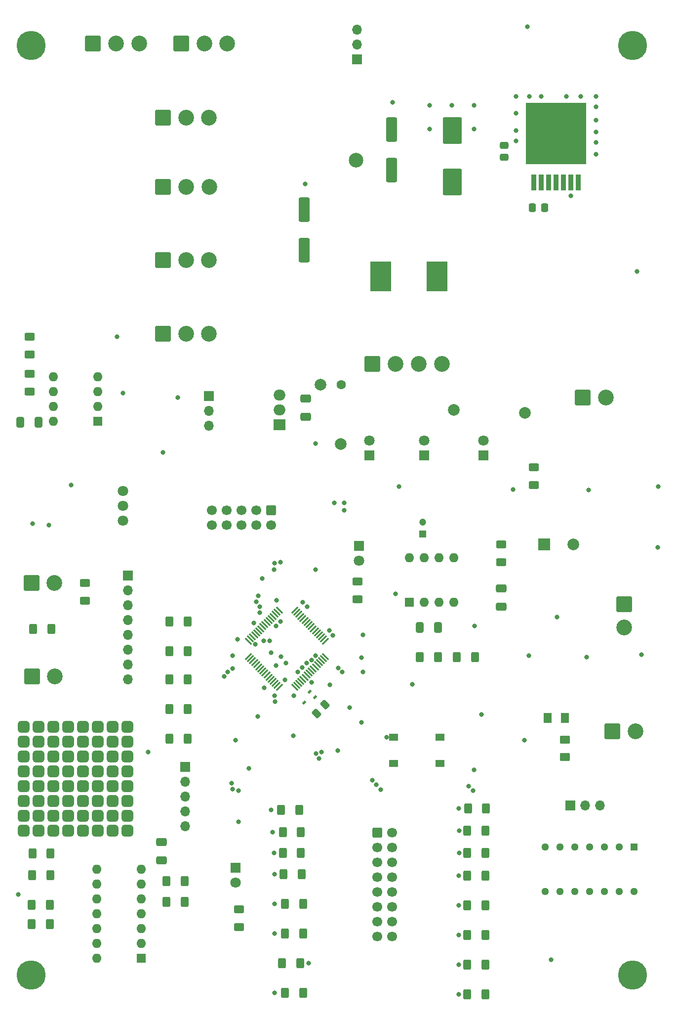
<source format=gts>
G04 #@! TF.GenerationSoftware,KiCad,Pcbnew,7.0.7*
G04 #@! TF.CreationDate,2023-10-20T13:35:02-04:00*
G04 #@! TF.ProjectId,Schematic,53636865-6d61-4746-9963-2e6b69636164,rev?*
G04 #@! TF.SameCoordinates,Original*
G04 #@! TF.FileFunction,Soldermask,Top*
G04 #@! TF.FilePolarity,Negative*
%FSLAX46Y46*%
G04 Gerber Fmt 4.6, Leading zero omitted, Abs format (unit mm)*
G04 Created by KiCad (PCBNEW 7.0.7) date 2023-10-20 13:35:02*
%MOMM*%
%LPD*%
G01*
G04 APERTURE LIST*
G04 Aperture macros list*
%AMRoundRect*
0 Rectangle with rounded corners*
0 $1 Rounding radius*
0 $2 $3 $4 $5 $6 $7 $8 $9 X,Y pos of 4 corners*
0 Add a 4 corners polygon primitive as box body*
4,1,4,$2,$3,$4,$5,$6,$7,$8,$9,$2,$3,0*
0 Add four circle primitives for the rounded corners*
1,1,$1+$1,$2,$3*
1,1,$1+$1,$4,$5*
1,1,$1+$1,$6,$7*
1,1,$1+$1,$8,$9*
0 Add four rect primitives between the rounded corners*
20,1,$1+$1,$2,$3,$4,$5,0*
20,1,$1+$1,$4,$5,$6,$7,0*
20,1,$1+$1,$6,$7,$8,$9,0*
20,1,$1+$1,$8,$9,$2,$3,0*%
%AMRotRect*
0 Rectangle, with rotation*
0 The origin of the aperture is its center*
0 $1 length*
0 $2 width*
0 $3 Rotation angle, in degrees counterclockwise*
0 Add horizontal line*
21,1,$1,$2,0,0,$3*%
G04 Aperture macros list end*
%ADD10C,1.800000*%
%ADD11RoundRect,0.250001X-1.099999X-1.099999X1.099999X-1.099999X1.099999X1.099999X-1.099999X1.099999X0*%
%ADD12C,2.700000*%
%ADD13RoundRect,0.250000X-0.400000X-0.625000X0.400000X-0.625000X0.400000X0.625000X-0.400000X0.625000X0*%
%ADD14C,2.000000*%
%ADD15R,1.800000X1.800000*%
%ADD16RoundRect,0.250000X-0.650000X0.412500X-0.650000X-0.412500X0.650000X-0.412500X0.650000X0.412500X0*%
%ADD17C,5.000000*%
%ADD18RotRect,0.450000X0.700000X135.000000*%
%ADD19RoundRect,0.250001X-1.099999X1.099999X-1.099999X-1.099999X1.099999X-1.099999X1.099999X1.099999X0*%
%ADD20RoundRect,0.250000X0.337500X0.475000X-0.337500X0.475000X-0.337500X-0.475000X0.337500X-0.475000X0*%
%ADD21R,1.600000X1.600000*%
%ADD22O,1.600000X1.600000*%
%ADD23RoundRect,0.250000X-0.097227X0.574524X-0.574524X0.097227X0.097227X-0.574524X0.574524X-0.097227X0*%
%ADD24R,3.650000X5.100000*%
%ADD25RoundRect,0.250000X0.625000X-0.400000X0.625000X0.400000X-0.625000X0.400000X-0.625000X-0.400000X0*%
%ADD26RoundRect,0.250000X0.400000X0.625000X-0.400000X0.625000X-0.400000X-0.625000X0.400000X-0.625000X0*%
%ADD27R,1.700000X1.700000*%
%ADD28O,1.700000X1.700000*%
%ADD29R,0.863600X2.692400*%
%ADD30R,10.414000X10.464800*%
%ADD31R,2.000000X1.905000*%
%ADD32O,2.000000X1.905000*%
%ADD33RoundRect,0.250000X0.700000X-1.825000X0.700000X1.825000X-0.700000X1.825000X-0.700000X-1.825000X0*%
%ADD34RotRect,0.279400X1.473200X225.000000*%
%ADD35RotRect,0.279400X1.473200X135.000000*%
%ADD36RoundRect,0.250000X-0.600000X-0.600000X0.600000X-0.600000X0.600000X0.600000X-0.600000X0.600000X0*%
%ADD37C,1.700000*%
%ADD38RoundRect,0.250001X-0.624999X0.462499X-0.624999X-0.462499X0.624999X-0.462499X0.624999X0.462499X0*%
%ADD39R,1.550000X1.300000*%
%ADD40RoundRect,0.250000X1.400000X-2.000000X1.400000X2.000000X-1.400000X2.000000X-1.400000X-2.000000X0*%
%ADD41RoundRect,0.250000X-1.400000X2.000000X-1.400000X-2.000000X1.400000X-2.000000X1.400000X2.000000X0*%
%ADD42RoundRect,0.250000X-0.600000X0.600000X-0.600000X-0.600000X0.600000X-0.600000X0.600000X0.600000X0*%
%ADD43RoundRect,0.500000X0.500000X0.500000X-0.500000X0.500000X-0.500000X-0.500000X0.500000X-0.500000X0*%
%ADD44RoundRect,0.250000X0.412500X0.650000X-0.412500X0.650000X-0.412500X-0.650000X0.412500X-0.650000X0*%
%ADD45R,2.000000X2.000000*%
%ADD46RoundRect,0.250001X-0.462499X-0.624999X0.462499X-0.624999X0.462499X0.624999X-0.462499X0.624999X0*%
%ADD47R,1.295400X1.295400*%
%ADD48C,1.295400*%
%ADD49RoundRect,0.250000X-0.625000X0.400000X-0.625000X-0.400000X0.625000X-0.400000X0.625000X0.400000X0*%
%ADD50R,1.200000X1.200000*%
%ADD51C,1.200000*%
%ADD52RoundRect,0.250000X0.475000X-0.337500X0.475000X0.337500X-0.475000X0.337500X-0.475000X-0.337500X0*%
%ADD53C,0.800000*%
%ADD54C,2.500000*%
%ADD55C,1.600000*%
%ADD56C,3.000000*%
G04 APERTURE END LIST*
D10*
X57658000Y-105918000D03*
X57658000Y-108458000D03*
X57658000Y-110998000D03*
D11*
X67645000Y-29337000D03*
D12*
X71605000Y-29337000D03*
X75565000Y-29337000D03*
D13*
X85064000Y-167894000D03*
X88164000Y-167894000D03*
D14*
X114427000Y-92075000D03*
D15*
X119507000Y-99822000D03*
D10*
X119507000Y-97282000D03*
D11*
X100454500Y-84159000D03*
D12*
X104414500Y-84159000D03*
X108374500Y-84159000D03*
X112334500Y-84159000D03*
D11*
X42057500Y-137668000D03*
D12*
X46017500Y-137668000D03*
D16*
X122555000Y-122643500D03*
X122555000Y-125768500D03*
D13*
X116713000Y-167894000D03*
X119813000Y-167894000D03*
D17*
X145003000Y-188818000D03*
D18*
X90574726Y-141230513D03*
X89655487Y-140311274D03*
X88700893Y-142185107D03*
D17*
X145003000Y-29622000D03*
D19*
X143637000Y-125349000D03*
D12*
X143637000Y-129309000D03*
D20*
X129942500Y-57404000D03*
X127867500Y-57404000D03*
D21*
X106817000Y-124958000D03*
D22*
X109357000Y-124958000D03*
X111897000Y-124958000D03*
X114437000Y-124958000D03*
X114437000Y-117338000D03*
X111897000Y-117338000D03*
X109357000Y-117338000D03*
X106817000Y-117338000D03*
D23*
X92300623Y-142522377D03*
X90833377Y-143989623D03*
D24*
X111530000Y-69215000D03*
X101830000Y-69215000D03*
D25*
X51181000Y-124740000D03*
X51181000Y-121640000D03*
D26*
X68733000Y-138176000D03*
X65633000Y-138176000D03*
D27*
X72390000Y-89677000D03*
D28*
X72390000Y-92217000D03*
X72390000Y-94757000D03*
D29*
X128143000Y-53136800D03*
X129413000Y-53136800D03*
X130683000Y-53136800D03*
X131953000Y-53136800D03*
X133223000Y-53136800D03*
X134493000Y-53136800D03*
X135763000Y-53136800D03*
D30*
X131953000Y-44704000D03*
D16*
X89027000Y-90131500D03*
X89027000Y-93256500D03*
D25*
X77597000Y-180620000D03*
X77597000Y-177520000D03*
D26*
X45365000Y-129540000D03*
X42265000Y-129540000D03*
D13*
X85191000Y-171577000D03*
X88291000Y-171577000D03*
D11*
X64507500Y-41995000D03*
D12*
X68467500Y-41995000D03*
X72427500Y-41995000D03*
D26*
X68759000Y-128270000D03*
X65659000Y-128270000D03*
D13*
X116814000Y-160274000D03*
X119914000Y-160274000D03*
D27*
X134381000Y-159766000D03*
D28*
X136921000Y-159766000D03*
X139461000Y-159766000D03*
D13*
X42011000Y-176796000D03*
X45111000Y-176796000D03*
X85445000Y-181737000D03*
X88545000Y-181737000D03*
D31*
X84511000Y-94615000D03*
D32*
X84511000Y-92075000D03*
X84511000Y-89535000D03*
D11*
X41970500Y-121666000D03*
D12*
X45930500Y-121666000D03*
D17*
X41941000Y-188818000D03*
D11*
X141582000Y-147066000D03*
D12*
X145542000Y-147066000D03*
D13*
X42112000Y-171704000D03*
X45212000Y-171704000D03*
X85471000Y-191897000D03*
X88571000Y-191897000D03*
X84784000Y-160528000D03*
X87884000Y-160528000D03*
X85471000Y-176657000D03*
X88571000Y-176657000D03*
D27*
X58547000Y-120396000D03*
D28*
X58547000Y-122936000D03*
X58547000Y-125476000D03*
X58547000Y-128016000D03*
X58547000Y-130556000D03*
X58547000Y-133096000D03*
X58547000Y-135636000D03*
X58547000Y-138176000D03*
D13*
X116713000Y-181991000D03*
X119813000Y-181991000D03*
D14*
X126619000Y-92583000D03*
D15*
X76962000Y-170434000D03*
D10*
X76962000Y-172974000D03*
D13*
X85064000Y-164338000D03*
X88164000Y-164338000D03*
D26*
X68733000Y-143256000D03*
X65633000Y-143256000D03*
D13*
X116713000Y-171831000D03*
X119813000Y-171831000D03*
D33*
X88773000Y-64689000D03*
X88773000Y-57739000D03*
D26*
X68733000Y-133350000D03*
X65633000Y-133350000D03*
D17*
X41941000Y-29622000D03*
D34*
X87115019Y-139579982D03*
X87468571Y-139226429D03*
X87822126Y-138872875D03*
X88175678Y-138519322D03*
X88529233Y-138165767D03*
X88882786Y-137812215D03*
X89236338Y-137458662D03*
X89589893Y-137105108D03*
X89943446Y-136751555D03*
X90297000Y-136398000D03*
X90650553Y-136044448D03*
X91004105Y-135690895D03*
X91357660Y-135337340D03*
X91711213Y-134983788D03*
X92064767Y-134630233D03*
X92418320Y-134276681D03*
D35*
X92418320Y-131641435D03*
X92064767Y-131287883D03*
X91711213Y-130934328D03*
X91357660Y-130580776D03*
X91004105Y-130227221D03*
X90650553Y-129873668D03*
X90297000Y-129520116D03*
X89943446Y-129166561D03*
X89589893Y-128813008D03*
X89236338Y-128459454D03*
X88882786Y-128105901D03*
X88529233Y-127752349D03*
X88175678Y-127398794D03*
X87822126Y-127045241D03*
X87468571Y-126691687D03*
X87115019Y-126338134D03*
D34*
X84479773Y-126338134D03*
X84126221Y-126691687D03*
X83772666Y-127045241D03*
X83419114Y-127398794D03*
X83065559Y-127752349D03*
X82712006Y-128105901D03*
X82358454Y-128459454D03*
X82004899Y-128813008D03*
X81651346Y-129166561D03*
X81297792Y-129520116D03*
X80944239Y-129873668D03*
X80590687Y-130227221D03*
X80237132Y-130580776D03*
X79883579Y-130934328D03*
X79530025Y-131287883D03*
X79176472Y-131641435D03*
D35*
X79176472Y-134276681D03*
X79530025Y-134630233D03*
X79883579Y-134983788D03*
X80237132Y-135337340D03*
X80590687Y-135690895D03*
X80944239Y-136044448D03*
X81297792Y-136398000D03*
X81651346Y-136751555D03*
X82004899Y-137105108D03*
X82358454Y-137458662D03*
X82712006Y-137812215D03*
X83065559Y-138165767D03*
X83419114Y-138519322D03*
X83772666Y-138872875D03*
X84126221Y-139226429D03*
X84479773Y-139579982D03*
D13*
X116713000Y-187071000D03*
X119813000Y-187071000D03*
D27*
X68326000Y-153162000D03*
D28*
X68326000Y-155702000D03*
X68326000Y-158242000D03*
X68326000Y-160782000D03*
X68326000Y-163322000D03*
D33*
X103759000Y-50973000D03*
X103759000Y-44023000D03*
D36*
X101245000Y-164465000D03*
D37*
X103785000Y-164465000D03*
X101245000Y-167005000D03*
X103785000Y-167005000D03*
X101245000Y-169545000D03*
X103785000Y-169545000D03*
X101245000Y-172085000D03*
X103785000Y-172085000D03*
X101245000Y-174625000D03*
X103785000Y-174625000D03*
X101245000Y-177165000D03*
X103785000Y-177165000D03*
X101245000Y-179705000D03*
X103785000Y-179705000D03*
X101245000Y-182245000D03*
X103785000Y-182245000D03*
D13*
X42164000Y-168021000D03*
X45264000Y-168021000D03*
D11*
X64539000Y-53848000D03*
D12*
X68499000Y-53848000D03*
X72459000Y-53848000D03*
D38*
X133477000Y-148536000D03*
X133477000Y-151511000D03*
D39*
X112014000Y-152582000D03*
X104054000Y-152582000D03*
X112014000Y-148082000D03*
X104054000Y-148082000D03*
D15*
X99949000Y-99822000D03*
D10*
X99949000Y-97282000D03*
D40*
X114173000Y-52994000D03*
D41*
X114173000Y-44194000D03*
D26*
X68225000Y-176276000D03*
X65125000Y-176276000D03*
D42*
X83058000Y-109220000D03*
D37*
X83058000Y-111760000D03*
X80518000Y-109220000D03*
X80518000Y-111760000D03*
X77978000Y-109220000D03*
X77978000Y-111760000D03*
X75438000Y-109220000D03*
X75438000Y-111760000D03*
X72898000Y-109220000D03*
X72898000Y-111760000D03*
D16*
X64262000Y-166077500D03*
X64262000Y-169202500D03*
D11*
X52532000Y-29337000D03*
D12*
X56492000Y-29337000D03*
X60452000Y-29337000D03*
D11*
X136502000Y-89916000D03*
D12*
X140462000Y-89916000D03*
D13*
X42011000Y-180086000D03*
X45111000Y-180086000D03*
D26*
X118035000Y-134366000D03*
X114935000Y-134366000D03*
D13*
X116713000Y-176911000D03*
X119813000Y-176911000D03*
D15*
X98171000Y-115316000D03*
D10*
X98171000Y-117856000D03*
D43*
X40640000Y-146304000D03*
X43180000Y-146304000D03*
X45720000Y-146304000D03*
X48260000Y-146304000D03*
X50800000Y-146304000D03*
X53340000Y-146304000D03*
X55880000Y-146304000D03*
X58420000Y-146304000D03*
X40640000Y-148844000D03*
X43180000Y-148844000D03*
X45720000Y-148844000D03*
X48260000Y-148844000D03*
X50800000Y-148844000D03*
X53340000Y-148844000D03*
X55880000Y-148844000D03*
X58420000Y-148844000D03*
X40640000Y-151384000D03*
X43180000Y-151384000D03*
X45720000Y-151384000D03*
X48260000Y-151384000D03*
X50800000Y-151384000D03*
X53340000Y-151384000D03*
X55880000Y-151384000D03*
X58420000Y-151384000D03*
X40640000Y-153924000D03*
X43180000Y-153924000D03*
X45720000Y-153924000D03*
X48260000Y-153924000D03*
X50800000Y-153924000D03*
X53340000Y-153924000D03*
X55880000Y-153924000D03*
X58420000Y-153924000D03*
X40640000Y-156464000D03*
X43180000Y-156464000D03*
X45720000Y-156464000D03*
X48260000Y-156464000D03*
X50800000Y-156464000D03*
X53340000Y-156464000D03*
X55880000Y-156464000D03*
X58420000Y-156464000D03*
X40640000Y-159004000D03*
X43180000Y-159004000D03*
X45720000Y-159004000D03*
X48260000Y-159004000D03*
X50800000Y-159004000D03*
X53340000Y-159004000D03*
X55880000Y-159004000D03*
X58420000Y-159004000D03*
X40640000Y-161544000D03*
X43180000Y-161544000D03*
X45720000Y-161544000D03*
X48260000Y-161544000D03*
X50800000Y-161544000D03*
X53340000Y-161544000D03*
X55880000Y-161544000D03*
X58420000Y-161544000D03*
X40640000Y-164084000D03*
X43180000Y-164084000D03*
X45720000Y-164084000D03*
X48260000Y-164084000D03*
X50800000Y-164084000D03*
X53340000Y-164084000D03*
X55880000Y-164084000D03*
X58420000Y-164084000D03*
D25*
X41656000Y-82602000D03*
X41656000Y-79502000D03*
D14*
X91567000Y-87757000D03*
D44*
X43180000Y-94133000D03*
X40055000Y-94133000D03*
D25*
X41656000Y-88952000D03*
X41656000Y-85852000D03*
D45*
X129911000Y-115072000D03*
D14*
X134911000Y-115072000D03*
D13*
X116713000Y-192151000D03*
X119813000Y-192151000D03*
D11*
X64516000Y-78994000D03*
D12*
X68476000Y-78994000D03*
X72436000Y-78994000D03*
D44*
X111671500Y-129286000D03*
X108546500Y-129286000D03*
D26*
X68733000Y-148336000D03*
X65633000Y-148336000D03*
D25*
X97917000Y-124486000D03*
X97917000Y-121386000D03*
D13*
X116713000Y-164084000D03*
X119813000Y-164084000D03*
D11*
X64516000Y-66421000D03*
D12*
X68476000Y-66421000D03*
X72436000Y-66421000D03*
D15*
X109347000Y-99822000D03*
D10*
X109347000Y-97282000D03*
D46*
X130502000Y-144780000D03*
X133477000Y-144780000D03*
D47*
X145288000Y-166878000D03*
D48*
X142748000Y-166878000D03*
X140208000Y-166878000D03*
X137668000Y-166878000D03*
X135128000Y-166878000D03*
X132588000Y-166878000D03*
X130048000Y-166878000D03*
X130048000Y-174498000D03*
X132588000Y-174498000D03*
X135128000Y-174498000D03*
X137668000Y-174498000D03*
X140208000Y-174498000D03*
X142748000Y-174498000D03*
X145288000Y-174498000D03*
D21*
X60833000Y-185928000D03*
D22*
X60833000Y-183388000D03*
X60833000Y-180848000D03*
X60833000Y-178308000D03*
X60833000Y-175768000D03*
X60833000Y-173228000D03*
X60833000Y-170688000D03*
X53213000Y-170688000D03*
X53213000Y-173228000D03*
X53213000Y-175768000D03*
X53213000Y-178308000D03*
X53213000Y-180848000D03*
X53213000Y-183388000D03*
X53213000Y-185928000D03*
D49*
X128143000Y-101828000D03*
X128143000Y-104928000D03*
D50*
X109083000Y-113294000D03*
D51*
X109083000Y-111294000D03*
D21*
X53340000Y-93980000D03*
D22*
X53340000Y-91440000D03*
X53340000Y-88900000D03*
X53340000Y-86360000D03*
X45720000Y-86360000D03*
X45720000Y-88900000D03*
X45720000Y-91440000D03*
X45720000Y-93980000D03*
D14*
X94996000Y-97917000D03*
D26*
X68225000Y-172732000D03*
X65125000Y-172732000D03*
D52*
X123063000Y-48789500D03*
X123063000Y-46714500D03*
D13*
X108559000Y-134366000D03*
X111659000Y-134366000D03*
D27*
X97765000Y-31989000D03*
D28*
X97765000Y-29449000D03*
X97765000Y-26909000D03*
D49*
X122555000Y-115036000D03*
X122555000Y-118136000D03*
D26*
X88037000Y-186817000D03*
X84937000Y-186817000D03*
D53*
X102870000Y-148082000D03*
X90043000Y-138684000D03*
X95591500Y-109220000D03*
X83693000Y-140970000D03*
X85471000Y-138303000D03*
X93091000Y-129831500D03*
X77343000Y-131318000D03*
X86995000Y-140970000D03*
X88519000Y-124968000D03*
X81881909Y-139666910D03*
X91718965Y-150613968D03*
X85593003Y-135386997D03*
X88392000Y-136144000D03*
X95295826Y-136959788D03*
X94588743Y-136253361D03*
X89201068Y-135404336D03*
X93114913Y-139154500D03*
X87630000Y-136906000D03*
X81153000Y-125746497D03*
X81153000Y-126746000D03*
X90767500Y-150920106D03*
X84751899Y-134328681D03*
X117860299Y-153665701D03*
X83947000Y-135777500D03*
X76448650Y-136308500D03*
X91301500Y-151765000D03*
X117663500Y-157226000D03*
X75630821Y-136887127D03*
X116939000Y-156464000D03*
X75057000Y-137705500D03*
X84644500Y-118110000D03*
X83632176Y-118297824D03*
X83566000Y-119380000D03*
X83951299Y-129027701D03*
X84709000Y-128270000D03*
X84013297Y-124647703D03*
X80843418Y-123846997D03*
X80518000Y-124919645D03*
X81780415Y-131570987D03*
X82804000Y-131572000D03*
X119126000Y-144182500D03*
X134493000Y-55372000D03*
D54*
X97663000Y-49276000D03*
D55*
X95123000Y-87757000D03*
D53*
X124587000Y-105664000D03*
X137160000Y-134366000D03*
X149479000Y-105156000D03*
X132080000Y-127508000D03*
X90037160Y-134856658D03*
X104394000Y-123571000D03*
X137541000Y-105791000D03*
X105029000Y-105156000D03*
X149352000Y-115570000D03*
X117983000Y-129032000D03*
X98552000Y-134493000D03*
X127254000Y-134112000D03*
X146558000Y-133985000D03*
X107315000Y-139065000D03*
X76295803Y-155964596D03*
X100452456Y-155437594D03*
X101092000Y-156205701D03*
X76454000Y-156951500D03*
X77470000Y-157226000D03*
X101906475Y-157057465D03*
X90697506Y-134106359D03*
X39751000Y-175006000D03*
X125095000Y-41275000D03*
X86868000Y-147828000D03*
X93664821Y-130649873D03*
X138811000Y-40132000D03*
X117856000Y-43942000D03*
X103886000Y-39370000D03*
X131064000Y-186182000D03*
X125095000Y-44196000D03*
D56*
X131953000Y-44450000D03*
D53*
X76454000Y-134112000D03*
X98552000Y-145542000D03*
X127381000Y-38354000D03*
X80378960Y-132203819D03*
X67056000Y-89916000D03*
X80137000Y-128524000D03*
X126492000Y-148590000D03*
X77470000Y-162560000D03*
X125095000Y-45974000D03*
X127000000Y-26416000D03*
X57658000Y-89154000D03*
X81534000Y-120904000D03*
X110236000Y-39878000D03*
X138811000Y-48260000D03*
X89281000Y-125730000D03*
X56642000Y-79502000D03*
X110236000Y-43942000D03*
X138811000Y-46228000D03*
X88900000Y-53340000D03*
X133731000Y-38354000D03*
X117856000Y-39878000D03*
X138811000Y-42418000D03*
X98806000Y-136906000D03*
X48768000Y-104902000D03*
X95591500Y-107950000D03*
X80772000Y-144526000D03*
X93892500Y-107950000D03*
X125095000Y-38354000D03*
X129413000Y-38354000D03*
X61976000Y-150622000D03*
X90678000Y-97790000D03*
X64516000Y-99314000D03*
X114046000Y-39878000D03*
X76962000Y-148590000D03*
X138811000Y-38354000D03*
X42164000Y-111506000D03*
X145796000Y-68326000D03*
X136144000Y-38354000D03*
X94488000Y-150368000D03*
X138811000Y-44450000D03*
X79248000Y-153416000D03*
X44958000Y-111760000D03*
X90678000Y-119380000D03*
X96520000Y-143002000D03*
X83058000Y-133604000D03*
X83726695Y-142029000D03*
X98806000Y-130556000D03*
X83058000Y-160528000D03*
X115215000Y-160274000D03*
X83312000Y-164338000D03*
X115316000Y-164084000D03*
X83566000Y-167894000D03*
X115316000Y-167894000D03*
X83693000Y-171577000D03*
X115215000Y-171831000D03*
X83693000Y-176657000D03*
X115215000Y-176911000D03*
X83693000Y-181737000D03*
X115215000Y-181991000D03*
X89535000Y-186817000D03*
X115215000Y-187071000D03*
X83693000Y-191897000D03*
X115215000Y-192151000D03*
M02*

</source>
